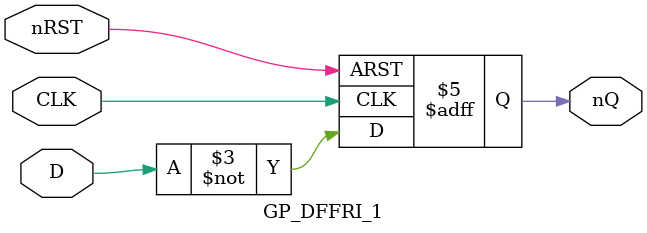
<source format=v>
module GP_DFFRI_1(input D, CLK, nRST, output reg nQ);
	parameter [0:0] INIT = 1'bx;
	initial nQ = INIT;
	always @(posedge CLK, negedge nRST) begin
		if (!nRST)
			nQ <= 1'b1;
		else
			nQ <= ~D;
	end
endmodule
</source>
